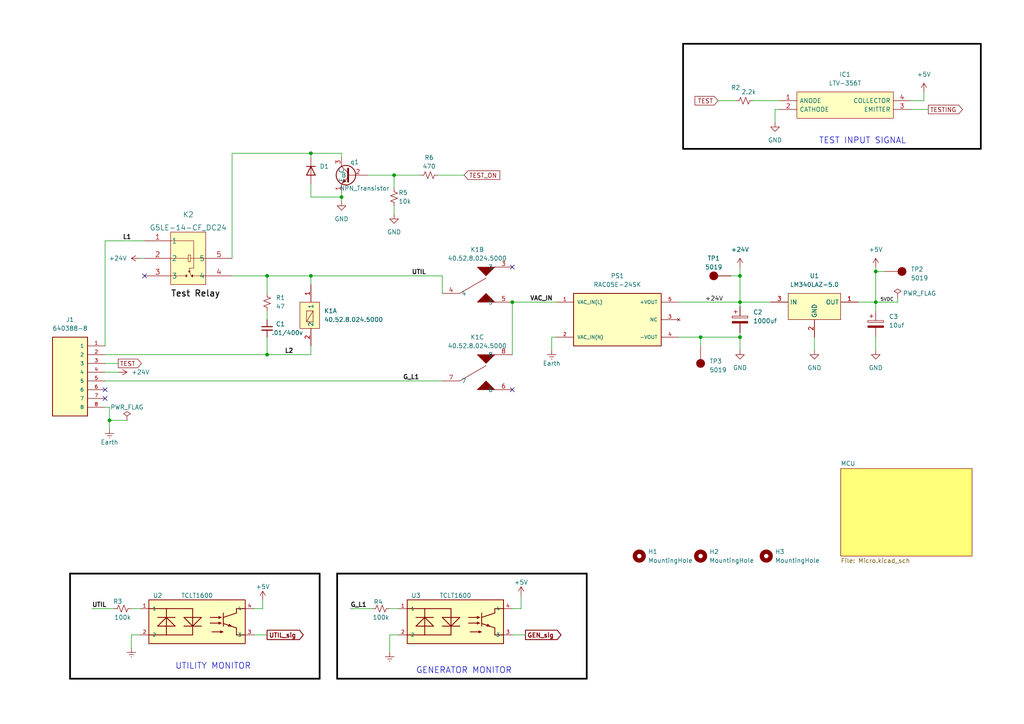
<source format=kicad_sch>
(kicad_sch (version 20230121) (generator eeschema)
  (paper "A4")
  (lib_symbols
    (symbol "40.52.8.024.5000_1"
      (property "Reference" "K" (at 5.08 5.08 0))
      (property "Value" "40.52.8.024.5000" (at 5.08 1.905 0))
      (symbol "40.52.8.024.5000_1_1_1"
        (rectangle (start -4.445 0) (end 1.27 -7.62) (fill (type background)))
        (rectangle (start -2.54 -2.54) (end -0.635 -5.715))
        (polyline (pts (xy -0.635 -2.54) (xy -2.54 -5.715)))
        (pin passive line (at -1.27 5.08 270) (length 5.08) (name "1") (number "1"))
        (pin passive line (at -1.27 -12.7 90) (length 5.08) (name "2") (number "2"))
      )
      (symbol "40.52.8.024.5000_1_2_1"
        (polyline (pts (xy 10.16 -15.24) (xy 2.54 -10.795)))
        (polyline (pts (xy 0 -17.78) (xy 2.54 -15.24) (xy 5.08 -17.78) (xy 0 -17.78)) (fill (type outline)))
        (polyline (pts (xy 0 -7.62) (xy 5.08 -7.62) (xy 2.54 -10.16) (xy 0 -7.62)) (fill (type outline)))
        (pin passive line (at -5.08 -7.62 0) (length 5.08) (name "3") (number "3"))
        (pin passive line (at 15.24 -15.24 180) (length 5.08) (name "4") (number "4"))
        (pin passive line (at -5.08 -17.78 0) (length 5.08) (name "5") (number "5"))
      )
      (symbol "40.52.8.024.5000_1_3_1"
        (polyline (pts (xy 15.24 -12.7) (xy 7.62 -8.255)))
        (polyline (pts (xy 5.08 -15.24) (xy 7.62 -12.7) (xy 10.16 -15.24) (xy 5.08 -15.24)) (fill (type outline)))
        (polyline (pts (xy 5.08 -5.08) (xy 10.16 -5.08) (xy 7.62 -7.62) (xy 5.08 -5.08)) (fill (type outline)))
        (pin passive line (at 0 -15.24 0) (length 5.08) (name "6") (number "6"))
        (pin passive line (at 20.32 -12.7 180) (length 5.08) (name "7") (number "7"))
        (pin passive line (at 0 -5.08 0) (length 5.08) (name "8") (number "8"))
      )
    )
    (symbol "40.52.8.024.5000_2"
      (property "Reference" "K" (at 5.08 5.08 0))
      (property "Value" "40.52.8.024.5000" (at 5.08 1.905 0))
      (symbol "40.52.8.024.5000_2_1_1"
        (rectangle (start -4.445 0) (end 1.27 -7.62) (fill (type background)))
        (rectangle (start -2.54 -2.54) (end -0.635 -5.715))
        (polyline (pts (xy -0.635 -2.54) (xy -2.54 -5.715)))
        (pin passive line (at -1.27 5.08 270) (length 5.08) (name "1") (number "1"))
        (pin passive line (at -1.27 -12.7 90) (length 5.08) (name "2") (number "2"))
      )
      (symbol "40.52.8.024.5000_2_2_1"
        (polyline (pts (xy 10.16 -15.24) (xy 2.54 -10.795)))
        (polyline (pts (xy 0 -17.78) (xy 2.54 -15.24) (xy 5.08 -17.78) (xy 0 -17.78)) (fill (type outline)))
        (polyline (pts (xy 0 -7.62) (xy 5.08 -7.62) (xy 2.54 -10.16) (xy 0 -7.62)) (fill (type outline)))
        (pin passive line (at -5.08 -7.62 0) (length 5.08) (name "3") (number "3"))
        (pin passive line (at 15.24 -15.24 180) (length 5.08) (name "4") (number "4"))
        (pin passive line (at -5.08 -17.78 0) (length 5.08) (name "5") (number "5"))
      )
      (symbol "40.52.8.024.5000_2_3_1"
        (polyline (pts (xy 15.24 -12.7) (xy 7.62 -8.255)))
        (polyline (pts (xy 5.08 -15.24) (xy 7.62 -12.7) (xy 10.16 -15.24) (xy 5.08 -15.24)) (fill (type outline)))
        (polyline (pts (xy 5.08 -5.08) (xy 10.16 -5.08) (xy 7.62 -7.62) (xy 5.08 -5.08)) (fill (type outline)))
        (pin passive line (at 0 -15.24 0) (length 5.08) (name "6") (number "6"))
        (pin passive line (at 20.32 -12.7 180) (length 5.08) (name "7") (number "7"))
        (pin passive line (at 0 -5.08 0) (length 5.08) (name "8") (number "8"))
      )
    )
    (symbol "AAA_JH:40.52.8.024.5000"
      (property "Reference" "K" (at 5.08 5.08 0))
      (property "Value" "40.52.8.024.5000" (at 5.08 1.905 0))
      (symbol "40.52.8.024.5000_1_1"
        (rectangle (start -4.445 0) (end 1.27 -7.62) (fill (type background)))
        (rectangle (start -2.54 -2.54) (end -0.635 -5.715))
        (polyline (pts (xy -0.635 -2.54) (xy -2.54 -5.715)))
        (pin passive line (at -1.27 5.08 270) (length 5.08) (name "1") (number "1"))
        (pin passive line (at -1.27 -12.7 90) (length 5.08) (name "2") (number "2"))
      )
      (symbol "40.52.8.024.5000_2_1"
        (polyline (pts (xy 10.16 -15.24) (xy 2.54 -10.795)))
        (polyline (pts (xy 0 -17.78) (xy 2.54 -15.24) (xy 5.08 -17.78) (xy 0 -17.78)) (fill (type outline)))
        (polyline (pts (xy 0 -7.62) (xy 5.08 -7.62) (xy 2.54 -10.16) (xy 0 -7.62)) (fill (type outline)))
        (pin passive line (at -5.08 -7.62 0) (length 5.08) (name "3") (number "3"))
        (pin passive line (at 15.24 -15.24 180) (length 5.08) (name "4") (number "4"))
        (pin passive line (at -5.08 -17.78 0) (length 5.08) (name "5") (number "5"))
      )
      (symbol "40.52.8.024.5000_3_1"
        (polyline (pts (xy 15.24 -12.7) (xy 7.62 -8.255)))
        (polyline (pts (xy 5.08 -15.24) (xy 7.62 -12.7) (xy 10.16 -15.24) (xy 5.08 -15.24)) (fill (type outline)))
        (polyline (pts (xy 5.08 -5.08) (xy 10.16 -5.08) (xy 7.62 -7.62) (xy 5.08 -5.08)) (fill (type outline)))
        (pin passive line (at 0 -15.24 0) (length 5.08) (name "6") (number "6"))
        (pin passive line (at 20.32 -12.7 180) (length 5.08) (name "7") (number "7"))
        (pin passive line (at 0 -5.08 0) (length 5.08) (name "8") (number "8"))
      )
    )
    (symbol "AAA_JH:640388-8" (pin_names (offset 1.016))
      (property "Reference" "J" (at -5.58 12.7 0))
      (property "Value" "640388-8" (at -5.08 -12.7 0))
      (symbol "640388-8_0_0"
        (rectangle (start -5.08 -10.16) (end 5.08 12.7) (stroke (width 0.254)) (fill (type background)))
        (pin passive line (at -10.16 10.16 0) (length 5.08) (name "1") (number "1"))
        (pin passive line (at -10.16 7.62 0) (length 5.08) (name "2") (number "2"))
        (pin passive line (at -10.16 5.08 0) (length 5.08) (name "3") (number "3"))
        (pin passive line (at -10.16 2.54 0) (length 5.08) (name "4") (number "4"))
        (pin passive line (at -10.16 0 0) (length 5.08) (name "5") (number "5"))
        (pin passive line (at -10.16 -2.54 0) (length 5.08) (name "6") (number "6"))
        (pin passive line (at -10.16 -5.08 0) (length 5.08) (name "7") (number "7"))
        (pin passive line (at -10.16 -7.62 0) (length 5.08) (name "8") (number "8"))
      )
    )
    (symbol "AAA_JH:G5LE-14-CF_DC24" (pin_names (offset 0.254))
      (property "Reference" "K" (at 12.7 7.62 0))
      (property "Value" "G5LE-14-CF_DC24" (at 12.7 5.08 0))
      (symbol "G5LE-14-CF_DC24_1_1"
        (polyline (pts (xy 7.62 -10.16) (xy 12.065 -10.16)) (stroke (width 0.127)))
        (polyline (pts (xy 7.62 -5.08) (xy 12.7 -5.08)) (stroke (width 0.127)))
        (polyline (pts (xy 7.62 0) (xy 14.2748 0)) (stroke (width 0.127)))
        (polyline (pts (xy 12.065 -10.4648) (xy 12.3952 -10.16)) (stroke (width 0.127)))
        (polyline (pts (xy 12.065 -9.8552) (xy 12.065 -10.4648)) (stroke (width 0.127)))
        (polyline (pts (xy 12.3952 -10.16) (xy 12.065 -9.8552)) (stroke (width 0.127)))
        (polyline (pts (xy 12.7 -6.0452) (xy 13.335 -6.0452)) (stroke (width 0.127)))
        (polyline (pts (xy 12.7 -4.1148) (xy 12.7 -6.0452)) (stroke (width 0.127)))
        (polyline (pts (xy 12.7 -4.1148) (xy 13.335 -4.1148)) (stroke (width 0.127)))
        (polyline (pts (xy 13.0048 -8.89) (xy 13.0048 -7.9248)) (stroke (width 0.127)))
        (polyline (pts (xy 13.0048 -7.9248) (xy 14.2748 -7.9248)) (stroke (width 0.127)))
        (polyline (pts (xy 13.335 -5.08) (xy 17.78 -5.08)) (stroke (width 0.127)))
        (polyline (pts (xy 13.335 -4.1148) (xy 13.335 -6.0452)) (stroke (width 0.127)))
        (polyline (pts (xy 13.6652 -10.4648) (xy 13.0048 -8.89)) (stroke (width 0.127)))
        (polyline (pts (xy 13.6652 -10.16) (xy 13.97 -10.4648)) (stroke (width 0.127)))
        (polyline (pts (xy 13.6652 -10.16) (xy 13.97 -9.8552)) (stroke (width 0.127)))
        (polyline (pts (xy 13.6652 -10.16) (xy 17.78 -10.16)) (stroke (width 0.127)))
        (polyline (pts (xy 13.97 -9.8552) (xy 13.97 -10.4648)) (stroke (width 0.127)))
        (polyline (pts (xy 14.2748 0) (xy 14.2748 -7.9248)) (stroke (width 0.127)))
        (polyline (pts (xy 12.065 -9.8552) (xy 12.3952 -10.16) (xy 12.065 -10.4648) (xy 12.065 -9.8552)) (fill (type outline)))
        (polyline (pts (xy 13.6652 -10.16) (xy 13.97 -9.8552) (xy 13.97 -10.4648) (xy 13.6652 -10.16)) (fill (type outline)))
        (rectangle (start 7.62 2.54) (end 17.78 -12.7) (fill (type background)))
        (circle (center 13.0048 -8.89) (radius 0.1524) (stroke (width 0.254)))
        (arc (start 13.1572 -8.89) (mid 13.1572 -8.89) (end 13.1572 -8.89) (stroke (width 0.254)))
        (pin unspecified line (at 0 0 0) (length 7.62) (name "1") (number "1"))
        (pin unspecified line (at 0 -5.08 0) (length 7.62) (name "2") (number "2"))
        (pin unspecified line (at 0 -10.16 0) (length 7.62) (name "3") (number "3"))
        (pin unspecified line (at 25.4 -10.16 180) (length 7.62) (name "4") (number "4"))
        (pin unspecified line (at 25.4 -5.08 180) (length 7.62) (name "5") (number "5"))
      )
    )
    (symbol "AAA_JH:LM340LAZ-5.0"
      (property "Reference" "U" (at 0 0 0))
      (property "Value" "LM340LAZ-5.0" (at 0 0 0))
      (symbol "LM340LAZ-5.0_0_1"
        (rectangle (start -7.62 -2.54) (end 7.62 -10.16) (fill (type background)))
      )
      (symbol "LM340LAZ-5.0_1_1"
        (pin passive line (at 12.7 -5.08 180) (length 5.08) (name "OUT") (number "1"))
        (pin passive line (at 0 -15.24 90) (length 5.08) (name "GND") (number "2"))
        (pin passive line (at -12.7 -5.08 0) (length 5.08) (name "IN") (number "3"))
      )
    )
    (symbol "AAA_JH:LTV-356T" (pin_names (offset 0.762))
      (property "Reference" "IC" (at 34.29 7.62 0))
      (property "Value" "LTV-356T" (at 34.29 5.08 0))
      (symbol "LTV-356T_0_0"
        (pin passive line (at 0 0 0) (length 5.08) (name "ANODE") (number "1"))
        (pin passive line (at 0 -2.54 0) (length 5.08) (name "CATHODE") (number "2"))
        (pin passive line (at 38.1 -2.54 180) (length 5.08) (name "EMITTER") (number "3"))
        (pin passive line (at 38.1 0 180) (length 5.08) (name "COLLECTOR") (number "4"))
      )
      (symbol "LTV-356T_0_1"
        (polyline (pts (xy 5.08 2.54) (xy 33.02 2.54) (xy 33.02 -5.08) (xy 5.08 -5.08) (xy 5.08 2.54)) (stroke (width 0.1524)) (fill (type background)))
      )
    )
    (symbol "AAA_JH:NPN_Transistor"
      (property "Reference" "q" (at -5.08 -7.62 0))
      (property "Value" "NPN_Transistor" (at -5.08 -20.32 0))
      (symbol "NPN_Transistor_0_1"
        (circle (center -1.27 -12.7) (radius 2.8194) (stroke (width 0.254)))
        (polyline (pts (xy -1.905 -12.065) (xy 0 -10.16)))
        (polyline (pts (xy -1.905 -13.335) (xy 0 -15.24) (xy 0 -15.24)))
        (polyline (pts (xy -1.905 -10.795) (xy -1.905 -14.605) (xy -1.905 -14.605)) (stroke (width 0.508)))
        (polyline (pts (xy -1.27 -14.478) (xy -0.762 -13.97) (xy -0.254 -14.986) (xy -1.27 -14.478) (xy -1.27 -14.478)) (fill (type outline)))
      )
      (symbol "NPN_Transistor_1_1"
        (pin passive line (at 0 -17.78 90) (length 2.54) (name "E") (number "1"))
        (pin passive line (at -7.62 -12.7 0) (length 5.715) (name "B") (number "2"))
        (pin passive line (at 0 -7.62 270) (length 2.54) (name "C") (number "3"))
      )
    )
    (symbol "AAA_JH:RAC05E-24SK" (pin_names (offset 1.016))
      (property "Reference" "PS1" (at 0 12.7 0))
      (property "Value" "RAC05E-24SK" (at 0 10.16 0))
      (symbol "RAC05E-24SK_0_0"
        (rectangle (start -12.7 -7.62) (end 12.7 7.62) (stroke (width 0.254)) (fill (type background)))
        (pin input line (at -17.78 5.08 0) (length 5.08) (name "VAC_IN(L)") (number "1"))
        (pin input line (at -17.78 -5.08 0) (length 5.08) (name "VAC_IN(N)") (number "2"))
        (pin no_connect line (at 17.78 0 180) (length 5.08) (name "NC") (number "3"))
        (pin power_out line (at 17.78 -5.08 180) (length 5.08) (name "-VOUT") (number "4"))
        (pin power_out line (at 17.78 5.08 180) (length 5.08) (name "+VOUT") (number "5"))
      )
    )
    (symbol "AAA_JH:TCLT1600" (pin_names (offset 1.016))
      (property "Reference" "U" (at -15.2471 5.0824 0))
      (property "Value" "TCLT1600" (at -15.2532 -10.1688 0))
      (symbol "TCLT1600_0_0"
        (rectangle (start -15.24 -7.62) (end 12.7 5.08) (stroke (width 0.254)) (fill (type background)))
        (polyline (pts (xy -12.7 -2.54) (xy -10.16 -2.54)) (stroke (width 0.254)))
        (polyline (pts (xy -10.16 -5.08) (xy -15.24 -5.08)) (stroke (width 0.254)))
        (polyline (pts (xy -10.16 -5.08) (xy -10.16 -2.54)) (stroke (width 0.254)))
        (polyline (pts (xy -10.16 -2.54) (xy -10.16 0)) (stroke (width 0.254)))
        (polyline (pts (xy -10.16 -2.54) (xy -7.62 -2.54)) (stroke (width 0.254)))
        (polyline (pts (xy -10.16 0) (xy -12.7 -2.54)) (stroke (width 0.254)))
        (polyline (pts (xy -10.16 0) (xy -12.7 0)) (stroke (width 0.254)))
        (polyline (pts (xy -10.16 0) (xy -10.16 2.54)) (stroke (width 0.254)))
        (polyline (pts (xy -10.16 0) (xy -7.62 0)) (stroke (width 0.254)))
        (polyline (pts (xy -10.16 2.54) (xy -15.24 2.54)) (stroke (width 0.254)))
        (polyline (pts (xy -10.16 2.54) (xy -2.54 2.54)) (stroke (width 0.254)))
        (polyline (pts (xy -7.62 -2.54) (xy -10.16 0)) (stroke (width 0.254)))
        (polyline (pts (xy -5.08 0) (xy -2.54 0)) (stroke (width 0.254)))
        (polyline (pts (xy -2.54 -5.08) (xy -10.16 -5.08)) (stroke (width 0.254)))
        (polyline (pts (xy -2.54 -2.54) (xy -5.08 0)) (stroke (width 0.254)))
        (polyline (pts (xy -2.54 0) (xy -2.54 -5.08)) (stroke (width 0.254)))
        (polyline (pts (xy -2.54 0) (xy 0 0)) (stroke (width 0.254)))
        (polyline (pts (xy -2.54 2.54) (xy -2.54 0)) (stroke (width 0.254)))
        (polyline (pts (xy 0 -2.54) (xy -5.08 -2.54)) (stroke (width 0.254)))
        (polyline (pts (xy 0 0) (xy -2.54 -2.54)) (stroke (width 0.254)))
        (polyline (pts (xy 2.54 -1.651) (xy 5.08 -1.651)) (stroke (width 0.254)))
        (polyline (pts (xy 2.54 0) (xy 5.08 0)) (stroke (width 0.254)))
        (polyline (pts (xy 3.048 -4.191) (xy 5.588 -4.191)) (stroke (width 0.254)))
        (polyline (pts (xy 5.08 -1.905) (xy 5.715 -1.651)) (stroke (width 0.254)))
        (polyline (pts (xy 5.08 -1.651) (xy 5.08 -1.905)) (stroke (width 0.254)))
        (polyline (pts (xy 5.08 -1.651) (xy 5.08 -1.397)) (stroke (width 0.254)))
        (polyline (pts (xy 5.08 -1.397) (xy 5.715 -1.651)) (stroke (width 0.254)))
        (polyline (pts (xy 5.08 -0.254) (xy 5.715 0)) (stroke (width 0.254)))
        (polyline (pts (xy 5.08 0) (xy 5.08 -0.254)) (stroke (width 0.254)))
        (polyline (pts (xy 5.08 0) (xy 5.08 0.254)) (stroke (width 0.254)))
        (polyline (pts (xy 5.08 0.254) (xy 5.715 0)) (stroke (width 0.254)))
        (polyline (pts (xy 5.588 -4.445) (xy 6.223 -4.191)) (stroke (width 0.254)))
        (polyline (pts (xy 5.588 -4.191) (xy 5.588 -4.445)) (stroke (width 0.254)))
        (polyline (pts (xy 5.588 -4.191) (xy 5.588 -3.937)) (stroke (width 0.254)))
        (polyline (pts (xy 5.588 -3.937) (xy 6.223 -4.191)) (stroke (width 0.254)))
        (polyline (pts (xy 6.35 -1.778) (xy 6.35 -2.54)) (stroke (width 0.254)))
        (polyline (pts (xy 6.35 -1.778) (xy 8.636 -2.54)) (stroke (width 0.254)))
        (polyline (pts (xy 6.35 0) (xy 6.35 -1.778)) (stroke (width 0.254)))
        (polyline (pts (xy 6.35 0) (xy 10.16 1.27)) (stroke (width 0.254)))
        (polyline (pts (xy 6.35 1.27) (xy 6.35 0)) (stroke (width 0.254)))
        (polyline (pts (xy 7.874 -2.54) (xy 8.128 -2.032)) (stroke (width 0.254)))
        (polyline (pts (xy 8.128 -2.032) (xy 8.636 -2.54)) (stroke (width 0.254)))
        (polyline (pts (xy 8.636 -2.54) (xy 7.874 -2.54)) (stroke (width 0.254)))
        (polyline (pts (xy 8.636 -2.54) (xy 10.16 -3.048)) (stroke (width 0.254)))
        (polyline (pts (xy 10.16 -5.08) (xy 10.16 -3.048)) (stroke (width 0.254)))
        (polyline (pts (xy 10.16 -5.08) (xy 12.7 -5.08)) (stroke (width 0.254)))
        (polyline (pts (xy 10.16 1.27) (xy 10.16 2.54)) (stroke (width 0.254)))
        (polyline (pts (xy 10.16 2.54) (xy 12.7 2.54)) (stroke (width 0.254)))
        (pin passive line (at -17.78 2.54 0) (length 2.54) (name "1") (number "1"))
        (pin passive line (at -17.78 -5.08 0) (length 2.54) (name "2") (number "2"))
        (pin passive line (at 15.24 -5.08 180) (length 2.54) (name "3") (number "3"))
        (pin passive line (at 15.24 2.54 180) (length 2.54) (name "4") (number "4"))
      )
    )
    (symbol "AAA_Misc:5019" (pin_numbers hide) (pin_names (offset 1.016) hide)
      (property "Reference" "TP" (at -2.54 2.54 0))
      (property "Value" "5019" (at -2.54 -5.08 0))
      (symbol "5019_0_0"
        (circle (center 0 0) (radius 0.635) (stroke (width 1.27)))
        (pin passive line (at -5.08 0 0) (length 5.08) (name "~") (number "TP"))
      )
    )
    (symbol "Device:C_Polarized" (pin_numbers hide) (pin_names (offset 0.254))
      (property "Reference" "C" (at 0.635 2.54 0))
      (property "Value" "C_Polarized" (at 0.635 -2.54 0))
      (symbol "C_Polarized_0_1"
        (rectangle (start -2.286 0.508) (end 2.286 1.016))
        (polyline (pts (xy -1.778 2.286) (xy -0.762 2.286)))
        (polyline (pts (xy -1.27 2.794) (xy -1.27 1.778)))
        (rectangle (start 2.286 -0.508) (end -2.286 -1.016) (fill (type outline)))
      )
      (symbol "C_Polarized_1_1"
        (pin passive line (at 0 3.81 270) (length 2.794) (name "~") (number "1"))
        (pin passive line (at 0 -3.81 90) (length 2.794) (name "~") (number "2"))
      )
    )
    (symbol "Device:C_Small" (pin_numbers hide) (pin_names (offset 0.254) hide)
      (property "Reference" "C" (at 0.254 1.778 0))
      (property "Value" "C_Small" (at 0.254 -2.032 0))
      (symbol "C_Small_0_1"
        (polyline (pts (xy -1.524 -0.508) (xy 1.524 -0.508)) (stroke (width 0.3302)))
        (polyline (pts (xy -1.524 0.508) (xy 1.524 0.508)) (stroke (width 0.3048)))
      )
      (symbol "C_Small_1_1"
        (pin passive line (at 0 2.54 270) (length 2.032) (name "~") (number "1"))
        (pin passive line (at 0 -2.54 90) (length 2.032) (name "~") (number "2"))
      )
    )
    (symbol "Device:R_Small_US" (pin_numbers hide) (pin_names (offset 0.254) hide)
      (property "Reference" "R" (at 0.762 0.508 0))
      (property "Value" "R_Small_US" (at 0.762 -1.016 0))
      (symbol "R_Small_US_1_1"
        (polyline (pts (xy 0 0) (xy 1.016 -0.381) (xy 0 -0.762) (xy -1.016 -1.143) (xy 0 -1.524)))
        (polyline (pts (xy 0 1.524) (xy 1.016 1.143) (xy 0 0.762) (xy -1.016 0.381) (xy 0 0)))
        (pin passive line (at 0 2.54 270) (length 1.016) (name "~") (number "1"))
        (pin passive line (at 0 -2.54 90) (length 1.016) (name "~") (number "2"))
      )
    )
    (symbol "Diode:MRA4007T3G" (pin_numbers hide) (pin_names hide)
      (property "Reference" "D" (at 0 2.54 0))
      (property "Value" "MRA4007T3G" (at 0 -2.54 0))
      (symbol "MRA4007T3G_0_1"
        (polyline (pts (xy -1.27 1.27) (xy -1.27 -1.27)) (stroke (width 0.254)))
        (polyline (pts (xy 1.27 0) (xy -1.27 0)))
        (polyline (pts (xy 1.27 1.27) (xy 1.27 -1.27) (xy -1.27 0) (xy 1.27 1.27)) (stroke (width 0.254)))
      )
      (symbol "MRA4007T3G_1_1"
        (pin passive line (at -3.81 0 0) (length 2.54) (name "K") (number "1"))
        (pin passive line (at 3.81 0 180) (length 2.54) (name "A") (number "2"))
      )
    )
    (symbol "Mechanical:MountingHole" (pin_names (offset 1.016))
      (property "Reference" "H" (at 0 5.08 0))
      (property "Value" "MountingHole" (at 0 3.175 0))
      (symbol "MountingHole_0_1"
        (circle (center 0 0) (radius 1.27) (stroke (width 1.27)))
      )
    )
    (symbol "R_Small_US_1" (pin_numbers hide) (pin_names (offset 0.254) hide)
      (property "Reference" "R3" (at -1.1135 1.991 90))
      (property "Value" "100k" (at 0 -2.54 90))
      (symbol "R_Small_US_1_1_1"
        (polyline (pts (xy 0 0) (xy 1.016 -0.381) (xy 0 -0.762) (xy -1.016 -1.143) (xy 0 -1.524)))
        (polyline (pts (xy 0 1.524) (xy 1.016 1.143) (xy 0 0.762) (xy -1.016 0.381) (xy 0 0)))
        (pin passive line (at 0 2.54 270) (length 1.016) (name "~") (number "1"))
        (pin passive line (at 0 -2.54 90) (length 1.016) (name "~") (number "2"))
      )
    )
    (symbol "R_Small_US_2" (pin_numbers hide) (pin_names (offset 0.254) hide)
      (property "Reference" "R4" (at -1.3544 1.8867 90))
      (property "Value" "1M" (at 0 -2.54 90))
      (symbol "R_Small_US_2_1_1"
        (polyline (pts (xy 0 0) (xy 1.016 -0.381) (xy 0 -0.762) (xy -1.016 -1.143) (xy 0 -1.524)))
        (polyline (pts (xy 0 1.524) (xy 1.016 1.143) (xy 0 0.762) (xy -1.016 0.381) (xy 0 0)))
        (pin passive line (at 0 2.54 270) (length 1.016) (name "~") (number "1"))
        (pin passive line (at 0 -2.54 90) (length 1.016) (name "~") (number "2"))
      )
    )
    (symbol "power:+24V" (power) (pin_names (offset 0))
      (property "Value" "+24V" (at 0 3.556 0))
      (symbol "+24V_0_1"
        (polyline (pts (xy -0.762 1.27) (xy 0 2.54)))
        (polyline (pts (xy 0 0) (xy 0 2.54)))
        (polyline (pts (xy 0 2.54) (xy 0.762 1.27)))
      )
      (symbol "+24V_1_1"
        (pin power_in line (at 0 0 90) (length 0) hide (name "+24V") (number "1"))
      )
    )
    (symbol "power:+5V" (power) (pin_names (offset 0))
      (property "Value" "+5V" (at 0 3.556 0))
      (symbol "+5V_0_1"
        (polyline (pts (xy -0.762 1.27) (xy 0 2.54)))
        (polyline (pts (xy 0 0) (xy 0 2.54)))
        (polyline (pts (xy 0 2.54) (xy 0.762 1.27)))
      )
      (symbol "+5V_1_1"
        (pin power_in line (at 0 0 90) (length 0) hide (name "+5V") (number "1"))
      )
    )
    (symbol "power:Earth" (power) (pin_names (offset 0))
      (symbol "Earth_0_1"
        (polyline (pts (xy -0.635 -1.905) (xy 0.635 -1.905)))
        (polyline (pts (xy -0.127 -2.54) (xy 0.127 -2.54)))
        (polyline (pts (xy 0 -1.27) (xy 0 0)))
        (polyline (pts (xy 1.27 -1.27) (xy -1.27 -1.27)))
      )
      (symbol "Earth_1_1"
        (pin power_in line (at 0 0 270) (length 0) hide (name "Earth") (number "1"))
      )
    )
    (symbol "power:GND" (power) (pin_names (offset 0))
      (property "Value" "GND" (at 0 -3.81 0))
      (symbol "GND_0_1"
        (polyline (pts (xy 0 0) (xy 0 -1.27) (xy 1.27 -1.27) (xy 0 -2.54) (xy -1.27 -1.27) (xy 0 -1.27)))
      )
      (symbol "GND_1_1"
        (pin power_in line (at 0 0 270) (length 0) hide (name "GND") (number "1"))
      )
    )
    (symbol "power:PWR_FLAG" (power) (pin_numbers hide) (pin_names (offset 0) hide)
      (property "Value" "PWR_FLAG" (at 0 3.81 0))
      (symbol "PWR_FLAG_0_0"
        (pin power_out line (at 0 0 90) (length 0) (name "pwr") (number "1"))
      )
      (symbol "PWR_FLAG_0_1"
        (polyline (pts (xy 0 0) (xy 0 1.27) (xy -1.016 1.905) (xy 0 2.54) (xy 1.016 1.905) (xy 0 1.27)))
      )
    )
  )
  (junction (at 148.59 87.63))
  (junction (at 114.3 50.8))
  (junction (at 90.17 44.45))
  (junction (at 31.75 121.92))
  (junction (at 254 87.63))
  (junction (at 203.2 97.79))
  (junction (at 254 78.74))
  (junction (at 77.47 102.87))
  (junction (at 99.06 57.15))
  (junction (at 214.63 87.63))
  (junction (at 214.63 97.79))
  (junction (at 214.63 80.01))
  (junction (at 77.47 80.01))
  (junction (at 90.17 80.01))
  (no_connect (at 148.59 113.03))
  (no_connect (at 30.48 113.03))
  (no_connect (at 148.59 77.47))
  (no_connect (at 30.48 115.57))
  (no_connect (at 41.91 80.01))
  (wire (pts (xy 90.17 44.45) (xy 90.17 45.72)))
  (wire (pts (xy 76.2 173.99) (xy 76.2 176.53)))
  (wire (pts (xy 264.16 31.75) (xy 269.24 31.75)))
  (wire (pts (xy 31.75 124.46) (xy 31.75 121.92)))
  (wire (pts (xy 214.63 80.01) (xy 214.63 87.63)))
  (wire (pts (xy 254 78.74) (xy 256.54 78.74)))
  (polyline (pts (xy 20.32 166.37) (xy 20.32 196.85)) (stroke (width 0.5) (type solid) (color 0 0 0 1)))
  (wire (pts (xy 254 78.74) (xy 254 77.47)))
  (polyline (pts (xy 92.71 166.37) (xy 20.32 166.37)) (stroke (width 0.5) (type solid) (color 0 0 0 1)))
  (wire (pts (xy 212.09 80.01) (xy 214.63 80.01)))
  (wire (pts (xy 248.92 87.63) (xy 254 87.63)))
  (wire (pts (xy 40.64 74.93) (xy 41.91 74.93)))
  (polyline (pts (xy 170.18 166.37) (xy 170.18 196.85)) (stroke (width 0.5) (type solid) (color 0 0 0 1)))
  (wire (pts (xy 161.29 97.79) (xy 160.02 97.79)))
  (wire (pts (xy 151.13 176.53) (xy 148.59 176.53)))
  (wire (pts (xy 148.59 87.63) (xy 161.29 87.63)))
  (wire (pts (xy 76.2 176.53) (xy 73.66 176.53)))
  (wire (pts (xy 254 87.63) (xy 254 90.17)))
  (wire (pts (xy 114.3 50.8) (xy 121.92 50.8)))
  (wire (pts (xy 214.63 87.63) (xy 223.52 87.63)))
  (polyline (pts (xy 20.32 196.85) (xy 92.71 196.85)) (stroke (width 0.5) (type solid) (color 0 0 0 1)))
  (wire (pts (xy 40.64 184.15) (xy 38.1 184.15)))
  (wire (pts (xy 148.59 102.87) (xy 148.59 87.63)))
  (wire (pts (xy 254 87.63) (xy 254 78.74)))
  (wire (pts (xy 208.28 29.21) (xy 213.36 29.21)))
  (wire (pts (xy 101.6 176.53) (xy 107.95 176.53)))
  (wire (pts (xy 151.13 172.72) (xy 151.13 176.53)))
  (polyline (pts (xy 97.79 166.37) (xy 97.79 196.85)) (stroke (width 0.5) (type solid) (color 0 0 0 1)))
  (wire (pts (xy 218.44 29.21) (xy 226.06 29.21)))
  (wire (pts (xy 90.17 80.01) (xy 90.17 82.55)))
  (wire (pts (xy 77.47 80.01) (xy 77.47 85.09)))
  (wire (pts (xy 30.48 69.85) (xy 41.91 69.85)))
  (wire (pts (xy 31.75 121.92) (xy 36.83 121.92)))
  (wire (pts (xy 260.35 86.36) (xy 260.35 87.63)))
  (wire (pts (xy 128.27 80.01) (xy 128.27 85.09)))
  (wire (pts (xy 264.16 29.21) (xy 267.97 29.21)))
  (wire (pts (xy 90.17 53.34) (xy 90.17 57.15)))
  (wire (pts (xy 214.63 87.63) (xy 214.63 88.9)))
  (wire (pts (xy 99.06 55.88) (xy 99.06 57.15)))
  (wire (pts (xy 128.27 80.01) (xy 90.17 80.01)))
  (polyline (pts (xy 92.71 166.37) (xy 92.71 196.85)) (stroke (width 0.5) (type solid) (color 0 0 0 1)))
  (wire (pts (xy 203.2 97.79) (xy 214.63 97.79)))
  (wire (pts (xy 226.06 31.75) (xy 224.79 31.75)))
  (wire (pts (xy 114.3 59.69) (xy 114.3 62.23)))
  (wire (pts (xy 31.75 118.11) (xy 30.48 118.11)))
  (wire (pts (xy 30.48 102.87) (xy 77.47 102.87)))
  (wire (pts (xy 90.17 100.33) (xy 90.17 102.87)))
  (wire (pts (xy 77.47 80.01) (xy 90.17 80.01)))
  (wire (pts (xy 214.63 97.79) (xy 214.63 101.6)))
  (wire (pts (xy 38.1 176.53) (xy 40.64 176.53)))
  (wire (pts (xy 73.66 184.15) (xy 77.47 184.15)))
  (wire (pts (xy 196.85 97.79) (xy 203.2 97.79)))
  (wire (pts (xy 31.75 121.92) (xy 31.75 118.11)))
  (wire (pts (xy 67.31 80.01) (xy 77.47 80.01)))
  (wire (pts (xy 30.48 100.33) (xy 30.48 69.85)))
  (wire (pts (xy 26.67 176.53) (xy 33.02 176.53)))
  (wire (pts (xy 99.06 45.72) (xy 99.06 44.45)))
  (wire (pts (xy 67.31 74.93) (xy 67.31 44.45)))
  (polyline (pts (xy 170.18 166.37) (xy 97.79 166.37)) (stroke (width 0.5) (type solid) (color 0 0 0 1)))
  (wire (pts (xy 224.79 31.75) (xy 224.79 35.56)))
  (wire (pts (xy 30.48 107.95) (xy 34.29 107.95)))
  (wire (pts (xy 38.1 184.15) (xy 38.1 187.96)))
  (polyline (pts (xy 97.79 196.85) (xy 170.18 196.85)) (stroke (width 0.5) (type solid) (color 0 0 0 1)))
  (wire (pts (xy 113.03 176.53) (xy 115.57 176.53)))
  (wire (pts (xy 203.2 97.79) (xy 203.2 100.33)))
  (wire (pts (xy 77.47 102.87) (xy 90.17 102.87)))
  (wire (pts (xy 196.85 87.63) (xy 214.63 87.63)))
  (wire (pts (xy 90.17 57.15) (xy 99.06 57.15)))
  (wire (pts (xy 113.03 184.15) (xy 113.03 189.23)))
  (wire (pts (xy 114.3 54.61) (xy 114.3 50.8)))
  (wire (pts (xy 148.59 184.15) (xy 152.4 184.15)))
  (wire (pts (xy 77.47 90.17) (xy 77.47 92.71)))
  (wire (pts (xy 99.06 57.15) (xy 99.06 58.42)))
  (wire (pts (xy 254 97.79) (xy 254 101.6)))
  (wire (pts (xy 30.48 110.49) (xy 128.27 110.49)))
  (wire (pts (xy 236.22 97.79) (xy 236.22 101.6)))
  (wire (pts (xy 30.48 105.41) (xy 34.29 105.41)))
  (wire (pts (xy 106.68 50.8) (xy 114.3 50.8)))
  (wire (pts (xy 127 50.8) (xy 134.62 50.8)))
  (wire (pts (xy 67.31 44.45) (xy 90.17 44.45)))
  (wire (pts (xy 214.63 77.47) (xy 214.63 80.01)))
  (wire (pts (xy 260.35 87.63) (xy 254 87.63)))
  (wire (pts (xy 99.06 44.45) (xy 90.17 44.45)))
  (wire (pts (xy 214.63 96.52) (xy 214.63 97.79)))
  (wire (pts (xy 267.97 29.21) (xy 267.97 26.67)))
  (wire (pts (xy 160.02 97.79) (xy 160.02 101.6)))
  (wire (pts (xy 115.57 184.15) (xy 113.03 184.15)))
  (wire (pts (xy 77.47 97.79) (xy 77.47 102.87)))
  (rectangle (start 198.12 12.7) (end 284.48 43.18) (stroke (width 0.5) (color 0 0 0 1)))
  (text "TEST INPUT SIGNAL" (at 237.49 41.91 0) (effects (font (size 1.75 1.75)) (justify left bottom)))
  (text "Test Relay" (at 49.53 86.36 0) (effects (font (size 1.8 1.8) (thickness 0.254) bold) (justify left bottom)))
  (text "GENERATOR MONITOR" (at 120.65 195.58 0) (effects (font (size 1.75 1.75)) (justify left bottom)))
  (text "UTILITY MONITOR" (at 50.8 194.31 0) (effects (font (size 1.75 1.75)) (justify left bottom)))
  (label "UTIL" (at 119.38 80.01 0) (effects (font (thickness 0.254) bold)))
  (label "L2" (at 82.55 102.87 0) (effects (font (thickness 0.254) bold)))
  (label "VAC_IN" (at 153.67 87.63 0) (effects (font (thickness 0.254) bold)))
  (label "UTIL" (at 26.67 176.53 0) (effects (font (thickness 0.254) bold)))
  (label "G_L1" (at 101.6 176.53 0) (effects (font bold)))
  (label "+24V" (at 204.47 87.63 0))
  (label "5VDC" (at 255.27 87.63 0) (effects (font (size 1 1))))
  (label "L1" (at 35.56 69.85 0) (effects (font (thickness 0.254) bold)))
  (label "G_L1" (at 116.84 110.49 0) (effects (font bold)))
  (global_label "GEN_sig" (shape output) (at 152.4 184.15 0) (effects (font bold)) (property "Intersheetrefs" "${INTERSHEET_REFS}" (effects hide)))
  (global_label "TEST" (shape input) (at 208.28 29.21 180) (property "Intersheetrefs" "${INTERSHEET_REFS}" (effects hide)))
  (global_label "TEST_ON" (shape input) (at 134.62 50.8 0) (property "Intersheetrefs" "${INTERSHEET_REFS}" (effects hide)))
  (global_label "TESTING" (shape output) (at 269.24 31.75 0) (property "Intersheetrefs" "${INTERSHEET_REFS}" (effects hide)))
  (global_label "UTIL_sig" (shape output) (at 77.47 184.15 0) (effects (font bold)) (property "Intersheetrefs" "${INTERSHEET_REFS}" (effects hide)))
  (global_label "TEST" (shape output) (at 34.29 105.41 0) (property "Intersheetrefs" "${INTERSHEET_REFS}" (effects hide)))
  (symbol (lib_id "Mechanical:MountingHole") (at 185.42 161.29 0) (unit 1)
    (property "Reference" "H1" (at 187.96 160.0199 0) (effects (justify left)))
    (property "Value" "MountingHole" (at 187.96 162.5599 0) (effects (justify left)))
    (property "Footprint" "MountingHole:MountingHole_3.7mm" (effects hide))
  )
  (symbol (lib_id "power:Earth") (at 160.02 101.6 0) (unit 1)
    (property "Reference" "#PWR03" (effects hide))
    (property "Value" "Earth" (at 160.02 105.41 0))
  )
  (symbol (lib_id "Diode:MRA4007T3G") (at 90.17 49.53 270) (unit 1)
    (property "Reference" "D1" (at 92.71 48.2599 90) (effects (justify left)))
    (property "Value" "MRA4007T3G" (effects hide))
    (property "Footprint" "Diode_SMD:D_SMA" (effects hide))
    (property "Datasheet" "http://www.onsemi.com/pub_link/Collateral/MRA4003T3-D.PDF" (effects hide))
  )
  (symbol (lib_id "AAA_JH:G5LE-14-CF_DC24") (at 41.91 69.85 0) (unit 1)
    (property "Reference" "K2" (at 54.61 62.23 0) (effects (font (size 1.524 1.524))))
    (property "Value" "G5LE-14-CF_DC24" (at 54.61 66.04 0) (effects (font (size 1.524 1.524))))
    (property "Footprint" "AAA_JH:G5LE-14-CF DC24" (effects hide))
    (property "Datasheet" "https://omronfs.omron.com/en_US/ecb/products/pdf/en-g5le.pdf" (effects hide))
  )
  (symbol (lib_id "Mechanical:MountingHole") (at 203.2 161.29 0) (unit 1)
    (property "Reference" "H2" (at 205.74 160.0199 0) (effects (justify left)))
    (property "Value" "MountingHole" (at 205.74 162.5599 0) (effects (justify left)))
    (property "Footprint" "MountingHole:MountingHole_3.7mm" (effects hide))
  )
  (symbol (lib_id "power:GND") (at 254 101.6 0) (unit 1)
    (property "Reference" "#PWR09" (effects hide))
    (property "Value" "GND" (at 254 106.68 0))
  )
  (symbol (lib_id "Device:C_Polarized") (at 254 93.98 0) (unit 1)
    (property "Reference" "C3" (at 257.81 91.8209 0) (effects (justify left)))
    (property "Value" "10uf" (at 257.81 94.3609 0) (effects (justify left)))
    (property "Footprint" "Capacitor_THT:CP_Radial_D5.0mm_P2.50mm" (effects hide))
  )
  (symbol (lib_id "power:GND") (at 214.63 101.6 0) (unit 1)
    (property "Reference" "#PWR05" (effects hide))
    (property "Value" "GND" (at 214.63 106.68 0))
  )
  (symbol (lib_id "power:GND") (at 114.3 62.23 0) (unit 1)
    (property "Reference" "#PWR018" (effects hide))
    (property "Value" "GND" (at 114.3 67.31 0))
  )
  (symbol (lib_id "power:GND") (at 236.22 101.6 0) (unit 1)
    (property "Reference" "#PWR07" (effects hide))
    (property "Value" "GND" (at 236.22 106.68 0))
  )
  (symbol (lib_id "AAA_JH:RAC05E-24SK") (at 179.07 92.71 0) (unit 1)
    (property "Reference" "PS1" (at 179.07 80.01 0))
    (property "Value" "RAC05E-24SK" (at 179.07 82.55 0))
    (property "Footprint" "AAA_JH:CONV_RAC05E-24SK" (effects hide))
    (property "Datasheet" "https://recom-power.com/pdf/Powerline_AC-DC/RAC05E-K.pdf" (effects hide))
    (property "MAXIMUM_PACKAGE_HEIGHT" "18mm" (effects hide))
    (property "MANUFACTURER" "Recom Power" (effects hide))
    (property "PARTREV" "0/2021" (effects hide))
    (property "STANDARD" "IPC 7351B" (effects hide))
  )
  (symbol (lib_id "power:Earth") (at 113.03 189.23 0) (unit 1)
    (property "Reference" "#PWR015" (effects hide))
    (property "Value" "Earth" (effects hide))
  )
  (symbol (lib_id "AAA_JH:LM340LAZ-5.0") (at 236.22 82.55 0) (unit 1)
    (property "Reference" "U1" (at 236.22 80.01 0))
    (property "Value" "LM340LAZ-5.0" (at 236.22 82.55 0))
    (property "Footprint" "AAA_JH:TO92127P478H483-3" (effects hide))
    (property "Datasheet" "https://rocelec.widen.net/view/pdf/qn7tsvoe3m/NATLS13118-1.pdf?t.download=true&u=5oefqw" (effects hide))
    (property "Digi-Key" "2156-LM340LAZ-5.0-ND" (effects hide))
  )
  (symbol (lib_id "power:GND") (at 99.06 58.42 0) (unit 1)
    (property "Reference" "#PWR019" (effects hide))
    (property "Value" "GND" (at 99.06 63.5 0))
  )
  (symbol (lib_id "Device:R_Small_US") (at 114.3 57.15 0) (unit 1)
    (property "Reference" "R5" (at 115.57 55.88 0) (effects (justify left)))
    (property "Value" "10k" (at 115.57 58.42 0) (effects (justify left)))
    (property "Footprint" "Resistor_SMD:R_0603_1608Metric_Pad0.98x0.95mm_HandSolder" (effects hide))
  )
  (symbol (lib_id "AAA_Misc:5019") (at 207.01 80.01 180) (unit 1)
    (property "Reference" "TP1" (at 207.01 74.93 0))
    (property "Value" "5019" (at 207.01 77.47 0))
    (property "Footprint" "AAA_Misc:KEYSTONE_5019" (effects hide))
    (property "PARTREV" "D" (effects hide))
    (property "STANDARD" "Manufacturer Recommendations" (effects hide))
    (property "MAXIMUM_PACKAGE_HEIGHT" "2.29 mm" (effects hide))
    (property "MANUFACTURER" "Keystone Electronics" (effects hide))
    (property "SNAPEDA_PN" "5019" (effects hide))
  )
  (symbol (lib_id "power:+5V") (at 76.2 173.99 0) (unit 1)
    (property "Reference" "#PWR016" (effects hide))
    (property "Value" "+5V" (at 76.2 170.18 0))
  )
  (symbol (lib_id "AAA_JH:640388-8") (at 20.32 110.49 0) (mirror y) (unit 1)
    (property "Reference" "J1" (at 20.32 92.71 0))
    (property "Value" "640388-8" (at 20.32 95.25 0))
    (property "Footprint" "AAA_JH:TE_640388-8" (effects hide))
    (property "Datasheet" "https://www.digikey.com/en/htmldatasheets/production/17032/0/0/1/640388-8.html" (effects hide))
    (property "Comment" "640388-8" (effects hide))
    (property "EU_RoHS_Compliance" "Compliant" (effects hide))
    (property "Digi-Key part#" "A19906-ND" (effects hide))
  )
  (symbol (lib_id "AAA_Misc:5019") (at 261.62 78.74 0) (unit 1)
    (property "Reference" "TP2" (at 264.16 78.105 0) (effects (justify left)))
    (property "Value" "5019" (at 264.16 80.645 0) (effects (justify left)))
    (property "Footprint" "AAA_Misc:KEYSTONE_5019" (effects hide))
    (property "PARTREV" "D" (effects hide))
    (property "STANDARD" "Manufacturer Recommendations" (effects hide))
    (property "MAXIMUM_PACKAGE_HEIGHT" "2.29 mm" (effects hide))
    (property "MANUFACTURER" "Keystone Electronics" (effects hide))
    (property "SNAPEDA_PN" "5019" (effects hide))
  )
  (symbol (lib_id "Device:R_Small_US") (at 215.9 29.21 90) (unit 1)
    (property "Reference" "R2" (at 213.36 25.4 90))
    (property "Value" "2.2k" (at 217.17 26.67 90))
    (property "Footprint" "Resistor_SMD:R_0603_1608Metric_Pad0.98x0.95mm_HandSolder" (effects hide))
  )
  (symbol (lib_id "power:+24V") (at 34.29 107.95 270) (unit 1)
    (property "Reference" "#PWR02" (effects hide))
    (property "Value" "+24V" (at 38.1 107.9499 90) (effects (justify left)))
  )
  (symbol (lib_id "AAA_JH:TCLT1600") (at 133.35 179.07 0) (unit 1)
    (property "Reference" "U3" (at 120.65 172.72 0))
    (property "Value" "TCLT1600" (at 132.08 172.72 0))
    (property "Footprint" "AAA_JH:SOP254P1015X230-4N" (effects hide))
    (property "Datasheet" "https://www.vishay.com/docs/83517/tclt1600.pdf" (effects hide))
    (property "STANDARD" "IPC-7351B" (effects hide))
    (property "MANUFACTURER" "VISHAY" (effects hide))
    (property "Digi-Key" "TCLT1600CT-ND" (effects hide))
  )
  (symbol (lib_id "power:GND") (at 224.79 35.56 0) (unit 1)
    (property "Reference" "#PWR0103" (effects hide))
    (property "Value" "GND" (at 224.79 40.64 0))
  )
  (symbol (lib_id "power:+24V") (at 40.64 74.93 90) (unit 1)
    (property "Reference" "#PWR06" (effects hide))
    (property "Value" "+24V" (at 36.83 74.9299 90) (effects (justify left)))
  )
  (symbol (lib_id "power:+24V") (at 214.63 77.47 0) (unit 1)
    (property "Reference" "#PWR04" (effects hide))
    (property "Value" "+24V" (at 214.63 72.39 0))
  )
  (symbol (lib_name "R_Small_US_2") (lib_id "Device:R_Small_US") (at 110.49 176.53 90) (unit 1)
    (property "Reference" "R4" (at 109.7148 174.5871 90))
    (property "Value" "100k" (at 110.49 179.07 90))
    (property "Footprint" "Resistor_SMD:R_1206_3216Metric_Pad1.30x1.75mm_HandSolder" (effects hide))
    (property "Digi-Key" "738-RNCP1206FTD100KCT-ND" (effects hide))
  )
  (symbol (lib_id "Device:R_Small_US") (at 124.46 50.8 90) (unit 1)
    (property "Reference" "R6" (at 124.46 45.72 90))
    (property "Value" "470" (at 124.46 48.26 90))
    (property "Footprint" "Resistor_SMD:R_0603_1608Metric_Pad0.98x0.95mm_HandSolder" (effects hide))
  )
  (symbol (lib_id "AAA_Misc:5019") (at 203.2 105.41 270) (unit 1)
    (property "Reference" "TP3" (at 205.74 104.775 90) (effects (justify left)))
    (property "Value" "5019" (at 205.74 107.315 90) (effects (justify left)))
    (property "Footprint" "AAA_Misc:KEYSTONE_5019" (effects hide))
    (property "PARTREV" "D" (effects hide))
    (property "STANDARD" "Manufacturer Recommendations" (effects hide))
    (property "MAXIMUM_PACKAGE_HEIGHT" "2.29 mm" (effects hide))
    (property "MANUFACTURER" "Keystone Electronics" (effects hide))
    (property "SNAPEDA_PN" "5019" (effects hide))
  )
  (symbol (lib_id "AAA_JH:LTV-356T") (at 226.06 29.21 0) (unit 1)
    (property "Reference" "IC1" (at 245.11 21.59 0))
    (property "Value" "LTV-356T" (at 245.11 24.13 0))
    (property "Footprint" "AAA_JH:SOP254P675X220-4N" (effects hide))
    (property "Datasheet" "https://componentsearchengine.com/Datasheets/1/LTV-356T.pdf" (effects hide))
    (property "Description" "Lite-On LTV-356T DC Input Transistor Output Optocoupler, Surface Mount, 4-Pin Mini-Flat" (effects hide))
    (property "Height" "2.2" (effects hide))
    (property "Mouser Part Number" "859-LTV-356T" (effects hide))
    (property "Mouser Price/Stock" "https://www.mouser.co.uk/ProductDetail/Lite-On/LTV-356T?qs=30I3lYpOJSWvIikXPmhOGQ%3D%3D" (effects hide))
    (property "Manufacturer_Name" "Lite-On" (effects hide))
    (property "Manufacturer_Part_Number" "LTV-356T" (effects hide))
  )
  (symbol (lib_id "power:+5V") (at 254 77.47 0) (unit 1)
    (property "Reference" "#PWR08" (effects hide))
    (property "Value" "+5V" (at 254 72.39 0))
  )
  (symbol (lib_id "AAA_JH:TCLT1600") (at 58.42 179.07 0) (unit 1)
    (property "Reference" "U2" (at 45.72 172.72 0))
    (property "Value" "TCLT1600" (at 57.15 172.72 0))
    (property "Footprint" "AAA_JH:SOP254P1015X230-4N" (effects hide))
    (property "Datasheet" "https://www.vishay.com/docs/83517/tclt1600.pdf" (effects hide))
    (property "STANDARD" "IPC-7351B" (effects hide))
    (property "MANUFACTURER" "VISHAY" (effects hide))
    (property "Digi-Key" "TCLT1600CT-ND" (effects hide))
  )
  (symbol (lib_id "Mechanical:MountingHole") (at 222.25 161.29 0) (unit 1)
    (property "Reference" "H3" (at 224.79 160.0199 0) (effects (justify left)))
    (property "Value" "MountingHole" (at 224.79 162.5599 0) (effects (justify left)))
    (property "Footprint" "MountingHole:MountingHole_3.7mm" (effects hide))
  )
  (symbol (lib_name "R_Small_US_1") (lib_id "Device:R_Small_US") (at 35.56 176.53 90) (unit 1)
    (property "Reference" "R3" (at 34.1227 174.4502 90))
    (property "Value" "100k" (at 35.56 179.07 90))
    (property "Footprint" "Resistor_SMD:R_1206_3216Metric_Pad1.30x1.75mm_HandSolder" (effects hide))
    (property "Digi-Key" "738-RNCP1206FTD100KCT-ND" (effects hide))
  )
  (symbol (lib_id "Device:C_Small") (at 77.47 95.25 0) (unit 1)
    (property "Reference" "C1" (at 80.01 93.9862 0) (effects (justify left)))
    (property "Value" ".01/400v" (at 78.74 96.52 0) (effects (justify left)))
    (property "Footprint" "Capacitor_THT:C_Rect_L9.0mm_W3.8mm_P7.50mm_MKT" (effects hide))
  )
  (symbol (lib_id "power:PWR_FLAG") (at 36.83 121.92 0) (unit 1)
    (property "Reference" "#FLG0102" (effects hide))
    (property "Value" "PWR_FLAG" (at 36.83 118.11 0))
  )
  (symbol (lib_name "40.52.8.024.5000_2") (lib_id "AAA_JH:40.52.8.024.5000") (at 148.59 97.79 0) (mirror y) (unit 3)
    (property "Reference" "K1" (at 138.43 97.79 0))
    (property "Value" "40.52.8.024.5000" (at 138.43 100.33 0))
    (property "Footprint" "AAA_JH:4052" (effects hide))
    (property "Datasheet" "https://cdn.findernet.com/app/uploads/2020/09/25140144/S40EN.pdf" (effects hide))
    (property "Digi-Key" "2066-40.52.8.024.5000-ND" (effects hide))
  )
  (symbol (lib_id "power:PWR_FLAG") (at 260.35 86.36 0) (unit 1)
    (property "Reference" "#FLG0101" (effects hide))
    (property "Value" "PWR_FLAG" (at 266.7 85.09 0))
  )
  (symbol (lib_id "power:+5V") (at 267.97 26.67 0) (unit 1)
    (property "Reference" "#PWR0102" (effects hide))
    (property "Value" "+5V" (at 267.97 21.59 0))
  )
  (symbol (lib_id "power:Earth") (at 31.75 124.46 0) (unit 1)
    (property "Reference" "#PWR01" (effects hide))
    (property "Value" "Earth" (at 31.75 128.27 0))
  )
  (symbol (lib_id "Device:R_Small_US") (at 77.47 87.63 0) (unit 1)
    (property "Reference" "R1" (at 80.01 86.3599 0) (effects (justify left)))
    (property "Value" "47" (at 80.01 88.8999 0) (effects (justify left)))
    (property "Footprint" "Resistor_SMD:R_0805_2012Metric_Pad1.20x1.40mm_HandSolder" (effects hide))
  )
  (symbol (lib_id "power:Earth") (at 38.1 187.96 0) (unit 1)
    (property "Reference" "#PWR014" (effects hide))
    (property "Value" "Earth" (effects hide))
  )
  (symbol (lib_id "power:+5V") (at 151.13 172.72 0) (unit 1)
    (property "Reference" "#PWR017" (effects hide))
    (property "Value" "+5V" (at 151.13 168.91 0))
  )
  (symbol (lib_name "40.52.8.024.5000_1") (lib_id "AAA_JH:40.52.8.024.5000") (at 91.44 87.63 0) (unit 1)
    (property "Reference" "K1" (at 93.98 90.1699 0) (effects (justify left)))
    (property "Value" "40.52.8.024.5000" (at 93.98 92.7099 0) (effects (justify left)))
    (property "Footprint" "AAA_JH:4052" (effects hide))
    (property "Datasheet" "https://cdn.findernet.com/app/uploads/2020/09/25140144/S40EN.pdf" (effects hide))
    (property "Digi-Key" "2066-40.52.8.024.5000-ND" (effects hide))
  )
  (symbol (lib_id "Device:C_Polarized") (at 214.63 92.71 0) (unit 1)
    (property "Reference" "C2" (at 218.44 90.5509 0) (effects (justify left)))
    (property "Value" "1000uf" (at 218.44 93.0909 0) (effects (justify left)))
    (property "Footprint" "Capacitor_THT:CP_Radial_D16.0mm_P7.50mm" (effects hide))
  )
  (symbol (lib_id "AAA_JH:40.52.8.024.5000") (at 143.51 69.85 0) (mirror y) (unit 2)
    (property "Reference" "K1" (at 138.43 72.39 0))
    (property "Value" "40.52.8.024.5000" (at 138.43 74.93 0))
    (property "Footprint" "AAA_JH:4052" (effects hide))
    (property "Datasheet" "https://cdn.findernet.com/app/uploads/2020/09/25140144/S40EN.pdf" (effects hide))
    (property "Digi-Key" "2066-40.52.8.024.5000-ND" (effects hide))
  )
  (symbol (lib_id "AAA_JH:NPN_Transistor") (at 99.06 38.1 0) (mirror y) (unit 1)
    (property "Reference" "q1" (at 104.14 46.99 0) (effects (justify left)))
    (property "Value" "NPN_Transistor" (at 113.03 54.61 0) (effects (justify left)))
    (property "Footprint" "Package_TO_SOT_SMD:SOT-23-3" (effects hide))
  )
  (sheet (at 243.84 135.89) (size 38.1 25.4) (stroke (width 0.1524)) (fill (color 255 255 0 0.5300))
    (property "Sheetname" "MCU" (at 243.84 135.1784 0) (effects (justify left bottom)))
    (property "Sheetfile" "Micro.kicad_sch" (at 243.84 161.8746 0) (effects (justify left top)))
  )
)
</source>
